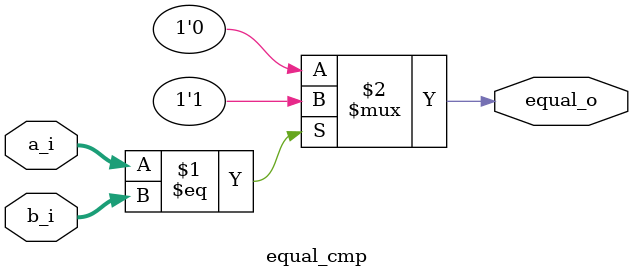
<source format=sv>
`timescale 1ns / 1ps

module adder (
  input        [31:0] a_i,
  input        [31:0] b_i,
  output logic [31:0] result_o
);
  assign result_o = a_i + b_i;
endmodule : adder

// 2-to-1 multiplexer
module mux2 #(
  parameter Width = 32
) (
  input        [Width-1:0] data0_i, data1_i,
  input                    select_i,
  output logic [Width-1:0] result_o
);
  assign result_o = select_i ? data1_i : data0_i;
endmodule : mux2

// 4-to-1 multiplexer
module mux4 #(
  parameter Width = 32
) (
  input        [Width-1:0] data0_i, data1_i, data2_i, data3_i,
  input        [1:0]       select_i,
  output logic [Width-1:0] result_o
);
  always_comb begin
    unique case (select_i)
      2'b00:   result_o = data0_i;
      2'b01:   result_o = data1_i;
      2'b10:   result_o = data2_i;
      2'b11:   result_o = data3_i;
      default: result_o = '0;
    endcase
  end
endmodule : mux4

module extend #(
  parameter InWidth  = 16,
  parameter OutWidth = 32
) (
  input                       sign_i,
  input        [InWidth-1:0]  a_i,
  output logic [OutWidth-1:0] result_o
);
  assign result_o = {{(OutWidth - InWidth){sign_i ? a_i[InWidth - 1] : 1'b0}}, a_i};
endmodule : extend

// 32-bit equality comparator
module equal_cmp (
  input        [31:0] a_i,
  input        [31:0] b_i,
  output logic        equal_o
);
  assign equal_o = a_i == b_i ? '1 : '0;
endmodule : equal_cmp

</source>
